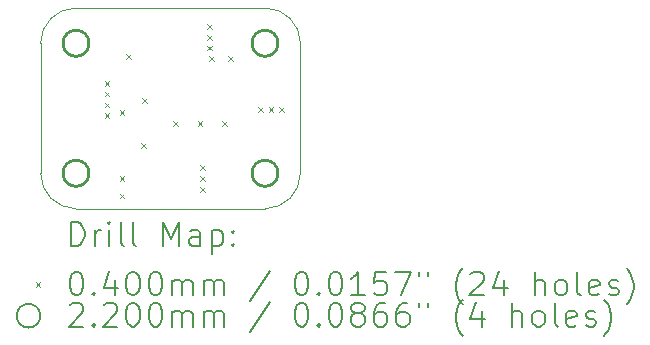
<source format=gbr>
%TF.GenerationSoftware,KiCad,Pcbnew,8.0.7*%
%TF.CreationDate,2026-01-14T12:01:32-08:00*%
%TF.ProjectId,3V3-500mA,3356332d-3530-4306-9d41-2e6b69636164,rev?*%
%TF.SameCoordinates,Original*%
%TF.FileFunction,Drillmap*%
%TF.FilePolarity,Positive*%
%FSLAX45Y45*%
G04 Gerber Fmt 4.5, Leading zero omitted, Abs format (unit mm)*
G04 Created by KiCad (PCBNEW 8.0.7) date 2026-01-14 12:01:32*
%MOMM*%
%LPD*%
G01*
G04 APERTURE LIST*
%ADD10C,0.050000*%
%ADD11C,0.200000*%
%ADD12C,0.100000*%
%ADD13C,0.220000*%
G04 APERTURE END LIST*
D10*
X19700000Y-9500000D02*
X19700000Y-8400000D01*
X21600000Y-9800000D02*
X20000000Y-9800000D01*
X21900000Y-8400000D02*
X21900000Y-9500000D01*
X21600000Y-8100000D02*
X20000000Y-8100000D01*
X19700000Y-8400000D02*
G75*
G02*
X20000000Y-8100000I300000J0D01*
G01*
X20000000Y-9800000D02*
G75*
G02*
X19700000Y-9500000I0J300000D01*
G01*
X21900000Y-9500000D02*
G75*
G02*
X21600000Y-9800000I-300000J0D01*
G01*
X21600000Y-8100000D02*
G75*
G02*
X21900000Y-8400000I0J-300000D01*
G01*
D11*
D12*
X20242500Y-8717500D02*
X20282500Y-8757500D01*
X20282500Y-8717500D02*
X20242500Y-8757500D01*
X20242500Y-8809167D02*
X20282500Y-8849167D01*
X20282500Y-8809167D02*
X20242500Y-8849167D01*
X20242500Y-8900833D02*
X20282500Y-8940833D01*
X20282500Y-8900833D02*
X20242500Y-8940833D01*
X20242500Y-8992500D02*
X20282500Y-9032500D01*
X20282500Y-8992500D02*
X20242500Y-9032500D01*
X20370000Y-8965000D02*
X20410000Y-9005000D01*
X20410000Y-8965000D02*
X20370000Y-9005000D01*
X20370000Y-9525000D02*
X20410000Y-9565000D01*
X20410000Y-9525000D02*
X20370000Y-9565000D01*
X20370000Y-9672500D02*
X20410000Y-9712500D01*
X20410000Y-9672500D02*
X20370000Y-9712500D01*
X20422000Y-8494000D02*
X20462000Y-8534000D01*
X20462000Y-8494000D02*
X20422000Y-8534000D01*
X20550000Y-9244500D02*
X20590000Y-9284500D01*
X20590000Y-9244500D02*
X20550000Y-9284500D01*
X20560000Y-8865000D02*
X20600000Y-8905000D01*
X20600000Y-8865000D02*
X20560000Y-8905000D01*
X20825000Y-9060000D02*
X20865000Y-9100000D01*
X20865000Y-9060000D02*
X20825000Y-9100000D01*
X21030000Y-9060000D02*
X21070000Y-9100000D01*
X21070000Y-9060000D02*
X21030000Y-9100000D01*
X21050000Y-9433333D02*
X21090000Y-9473333D01*
X21090000Y-9433333D02*
X21050000Y-9473333D01*
X21050000Y-9525000D02*
X21090000Y-9565000D01*
X21090000Y-9525000D02*
X21050000Y-9565000D01*
X21050000Y-9616667D02*
X21090000Y-9656667D01*
X21090000Y-9616667D02*
X21050000Y-9656667D01*
X21109000Y-8236333D02*
X21149000Y-8276333D01*
X21149000Y-8236333D02*
X21109000Y-8276333D01*
X21109000Y-8328000D02*
X21149000Y-8368000D01*
X21149000Y-8328000D02*
X21109000Y-8368000D01*
X21109000Y-8419667D02*
X21149000Y-8459667D01*
X21149000Y-8419667D02*
X21109000Y-8459667D01*
X21130000Y-8510000D02*
X21170000Y-8550000D01*
X21170000Y-8510000D02*
X21130000Y-8550000D01*
X21235000Y-9060000D02*
X21275000Y-9100000D01*
X21275000Y-9060000D02*
X21235000Y-9100000D01*
X21285000Y-8510000D02*
X21325000Y-8550000D01*
X21325000Y-8510000D02*
X21285000Y-8550000D01*
X21539333Y-8937000D02*
X21579333Y-8977000D01*
X21579333Y-8937000D02*
X21539333Y-8977000D01*
X21631000Y-8937000D02*
X21671000Y-8977000D01*
X21671000Y-8937000D02*
X21631000Y-8977000D01*
X21722667Y-8937000D02*
X21762667Y-8977000D01*
X21762667Y-8937000D02*
X21722667Y-8977000D01*
D13*
X20110000Y-8400000D02*
G75*
G02*
X19890000Y-8400000I-110000J0D01*
G01*
X19890000Y-8400000D02*
G75*
G02*
X20110000Y-8400000I110000J0D01*
G01*
X20110000Y-9500000D02*
G75*
G02*
X19890000Y-9500000I-110000J0D01*
G01*
X19890000Y-9500000D02*
G75*
G02*
X20110000Y-9500000I110000J0D01*
G01*
X21710000Y-8400000D02*
G75*
G02*
X21490000Y-8400000I-110000J0D01*
G01*
X21490000Y-8400000D02*
G75*
G02*
X21710000Y-8400000I110000J0D01*
G01*
X21710000Y-9500000D02*
G75*
G02*
X21490000Y-9500000I-110000J0D01*
G01*
X21490000Y-9500000D02*
G75*
G02*
X21710000Y-9500000I110000J0D01*
G01*
D11*
X19958277Y-10113984D02*
X19958277Y-9913984D01*
X19958277Y-9913984D02*
X20005896Y-9913984D01*
X20005896Y-9913984D02*
X20034467Y-9923508D01*
X20034467Y-9923508D02*
X20053515Y-9942555D01*
X20053515Y-9942555D02*
X20063039Y-9961603D01*
X20063039Y-9961603D02*
X20072563Y-9999698D01*
X20072563Y-9999698D02*
X20072563Y-10028270D01*
X20072563Y-10028270D02*
X20063039Y-10066365D01*
X20063039Y-10066365D02*
X20053515Y-10085412D01*
X20053515Y-10085412D02*
X20034467Y-10104460D01*
X20034467Y-10104460D02*
X20005896Y-10113984D01*
X20005896Y-10113984D02*
X19958277Y-10113984D01*
X20158277Y-10113984D02*
X20158277Y-9980650D01*
X20158277Y-10018746D02*
X20167801Y-9999698D01*
X20167801Y-9999698D02*
X20177324Y-9990174D01*
X20177324Y-9990174D02*
X20196372Y-9980650D01*
X20196372Y-9980650D02*
X20215420Y-9980650D01*
X20282086Y-10113984D02*
X20282086Y-9980650D01*
X20282086Y-9913984D02*
X20272563Y-9923508D01*
X20272563Y-9923508D02*
X20282086Y-9933031D01*
X20282086Y-9933031D02*
X20291610Y-9923508D01*
X20291610Y-9923508D02*
X20282086Y-9913984D01*
X20282086Y-9913984D02*
X20282086Y-9933031D01*
X20405896Y-10113984D02*
X20386848Y-10104460D01*
X20386848Y-10104460D02*
X20377324Y-10085412D01*
X20377324Y-10085412D02*
X20377324Y-9913984D01*
X20510658Y-10113984D02*
X20491610Y-10104460D01*
X20491610Y-10104460D02*
X20482086Y-10085412D01*
X20482086Y-10085412D02*
X20482086Y-9913984D01*
X20739229Y-10113984D02*
X20739229Y-9913984D01*
X20739229Y-9913984D02*
X20805896Y-10056841D01*
X20805896Y-10056841D02*
X20872563Y-9913984D01*
X20872563Y-9913984D02*
X20872563Y-10113984D01*
X21053515Y-10113984D02*
X21053515Y-10009222D01*
X21053515Y-10009222D02*
X21043991Y-9990174D01*
X21043991Y-9990174D02*
X21024944Y-9980650D01*
X21024944Y-9980650D02*
X20986848Y-9980650D01*
X20986848Y-9980650D02*
X20967801Y-9990174D01*
X21053515Y-10104460D02*
X21034467Y-10113984D01*
X21034467Y-10113984D02*
X20986848Y-10113984D01*
X20986848Y-10113984D02*
X20967801Y-10104460D01*
X20967801Y-10104460D02*
X20958277Y-10085412D01*
X20958277Y-10085412D02*
X20958277Y-10066365D01*
X20958277Y-10066365D02*
X20967801Y-10047317D01*
X20967801Y-10047317D02*
X20986848Y-10037793D01*
X20986848Y-10037793D02*
X21034467Y-10037793D01*
X21034467Y-10037793D02*
X21053515Y-10028270D01*
X21148753Y-9980650D02*
X21148753Y-10180650D01*
X21148753Y-9990174D02*
X21167801Y-9980650D01*
X21167801Y-9980650D02*
X21205896Y-9980650D01*
X21205896Y-9980650D02*
X21224944Y-9990174D01*
X21224944Y-9990174D02*
X21234467Y-9999698D01*
X21234467Y-9999698D02*
X21243991Y-10018746D01*
X21243991Y-10018746D02*
X21243991Y-10075889D01*
X21243991Y-10075889D02*
X21234467Y-10094936D01*
X21234467Y-10094936D02*
X21224944Y-10104460D01*
X21224944Y-10104460D02*
X21205896Y-10113984D01*
X21205896Y-10113984D02*
X21167801Y-10113984D01*
X21167801Y-10113984D02*
X21148753Y-10104460D01*
X21329705Y-10094936D02*
X21339229Y-10104460D01*
X21339229Y-10104460D02*
X21329705Y-10113984D01*
X21329705Y-10113984D02*
X21320182Y-10104460D01*
X21320182Y-10104460D02*
X21329705Y-10094936D01*
X21329705Y-10094936D02*
X21329705Y-10113984D01*
X21329705Y-9990174D02*
X21339229Y-9999698D01*
X21339229Y-9999698D02*
X21329705Y-10009222D01*
X21329705Y-10009222D02*
X21320182Y-9999698D01*
X21320182Y-9999698D02*
X21329705Y-9990174D01*
X21329705Y-9990174D02*
X21329705Y-10009222D01*
D12*
X19657500Y-10422500D02*
X19697500Y-10462500D01*
X19697500Y-10422500D02*
X19657500Y-10462500D01*
D11*
X19996372Y-10333984D02*
X20015420Y-10333984D01*
X20015420Y-10333984D02*
X20034467Y-10343508D01*
X20034467Y-10343508D02*
X20043991Y-10353031D01*
X20043991Y-10353031D02*
X20053515Y-10372079D01*
X20053515Y-10372079D02*
X20063039Y-10410174D01*
X20063039Y-10410174D02*
X20063039Y-10457793D01*
X20063039Y-10457793D02*
X20053515Y-10495889D01*
X20053515Y-10495889D02*
X20043991Y-10514936D01*
X20043991Y-10514936D02*
X20034467Y-10524460D01*
X20034467Y-10524460D02*
X20015420Y-10533984D01*
X20015420Y-10533984D02*
X19996372Y-10533984D01*
X19996372Y-10533984D02*
X19977324Y-10524460D01*
X19977324Y-10524460D02*
X19967801Y-10514936D01*
X19967801Y-10514936D02*
X19958277Y-10495889D01*
X19958277Y-10495889D02*
X19948753Y-10457793D01*
X19948753Y-10457793D02*
X19948753Y-10410174D01*
X19948753Y-10410174D02*
X19958277Y-10372079D01*
X19958277Y-10372079D02*
X19967801Y-10353031D01*
X19967801Y-10353031D02*
X19977324Y-10343508D01*
X19977324Y-10343508D02*
X19996372Y-10333984D01*
X20148753Y-10514936D02*
X20158277Y-10524460D01*
X20158277Y-10524460D02*
X20148753Y-10533984D01*
X20148753Y-10533984D02*
X20139229Y-10524460D01*
X20139229Y-10524460D02*
X20148753Y-10514936D01*
X20148753Y-10514936D02*
X20148753Y-10533984D01*
X20329705Y-10400650D02*
X20329705Y-10533984D01*
X20282086Y-10324460D02*
X20234467Y-10467317D01*
X20234467Y-10467317D02*
X20358277Y-10467317D01*
X20472563Y-10333984D02*
X20491610Y-10333984D01*
X20491610Y-10333984D02*
X20510658Y-10343508D01*
X20510658Y-10343508D02*
X20520182Y-10353031D01*
X20520182Y-10353031D02*
X20529705Y-10372079D01*
X20529705Y-10372079D02*
X20539229Y-10410174D01*
X20539229Y-10410174D02*
X20539229Y-10457793D01*
X20539229Y-10457793D02*
X20529705Y-10495889D01*
X20529705Y-10495889D02*
X20520182Y-10514936D01*
X20520182Y-10514936D02*
X20510658Y-10524460D01*
X20510658Y-10524460D02*
X20491610Y-10533984D01*
X20491610Y-10533984D02*
X20472563Y-10533984D01*
X20472563Y-10533984D02*
X20453515Y-10524460D01*
X20453515Y-10524460D02*
X20443991Y-10514936D01*
X20443991Y-10514936D02*
X20434467Y-10495889D01*
X20434467Y-10495889D02*
X20424944Y-10457793D01*
X20424944Y-10457793D02*
X20424944Y-10410174D01*
X20424944Y-10410174D02*
X20434467Y-10372079D01*
X20434467Y-10372079D02*
X20443991Y-10353031D01*
X20443991Y-10353031D02*
X20453515Y-10343508D01*
X20453515Y-10343508D02*
X20472563Y-10333984D01*
X20663039Y-10333984D02*
X20682086Y-10333984D01*
X20682086Y-10333984D02*
X20701134Y-10343508D01*
X20701134Y-10343508D02*
X20710658Y-10353031D01*
X20710658Y-10353031D02*
X20720182Y-10372079D01*
X20720182Y-10372079D02*
X20729705Y-10410174D01*
X20729705Y-10410174D02*
X20729705Y-10457793D01*
X20729705Y-10457793D02*
X20720182Y-10495889D01*
X20720182Y-10495889D02*
X20710658Y-10514936D01*
X20710658Y-10514936D02*
X20701134Y-10524460D01*
X20701134Y-10524460D02*
X20682086Y-10533984D01*
X20682086Y-10533984D02*
X20663039Y-10533984D01*
X20663039Y-10533984D02*
X20643991Y-10524460D01*
X20643991Y-10524460D02*
X20634467Y-10514936D01*
X20634467Y-10514936D02*
X20624944Y-10495889D01*
X20624944Y-10495889D02*
X20615420Y-10457793D01*
X20615420Y-10457793D02*
X20615420Y-10410174D01*
X20615420Y-10410174D02*
X20624944Y-10372079D01*
X20624944Y-10372079D02*
X20634467Y-10353031D01*
X20634467Y-10353031D02*
X20643991Y-10343508D01*
X20643991Y-10343508D02*
X20663039Y-10333984D01*
X20815420Y-10533984D02*
X20815420Y-10400650D01*
X20815420Y-10419698D02*
X20824944Y-10410174D01*
X20824944Y-10410174D02*
X20843991Y-10400650D01*
X20843991Y-10400650D02*
X20872563Y-10400650D01*
X20872563Y-10400650D02*
X20891610Y-10410174D01*
X20891610Y-10410174D02*
X20901134Y-10429222D01*
X20901134Y-10429222D02*
X20901134Y-10533984D01*
X20901134Y-10429222D02*
X20910658Y-10410174D01*
X20910658Y-10410174D02*
X20929705Y-10400650D01*
X20929705Y-10400650D02*
X20958277Y-10400650D01*
X20958277Y-10400650D02*
X20977325Y-10410174D01*
X20977325Y-10410174D02*
X20986848Y-10429222D01*
X20986848Y-10429222D02*
X20986848Y-10533984D01*
X21082086Y-10533984D02*
X21082086Y-10400650D01*
X21082086Y-10419698D02*
X21091610Y-10410174D01*
X21091610Y-10410174D02*
X21110658Y-10400650D01*
X21110658Y-10400650D02*
X21139229Y-10400650D01*
X21139229Y-10400650D02*
X21158277Y-10410174D01*
X21158277Y-10410174D02*
X21167801Y-10429222D01*
X21167801Y-10429222D02*
X21167801Y-10533984D01*
X21167801Y-10429222D02*
X21177325Y-10410174D01*
X21177325Y-10410174D02*
X21196372Y-10400650D01*
X21196372Y-10400650D02*
X21224944Y-10400650D01*
X21224944Y-10400650D02*
X21243991Y-10410174D01*
X21243991Y-10410174D02*
X21253515Y-10429222D01*
X21253515Y-10429222D02*
X21253515Y-10533984D01*
X21643991Y-10324460D02*
X21472563Y-10581603D01*
X21901134Y-10333984D02*
X21920182Y-10333984D01*
X21920182Y-10333984D02*
X21939229Y-10343508D01*
X21939229Y-10343508D02*
X21948753Y-10353031D01*
X21948753Y-10353031D02*
X21958277Y-10372079D01*
X21958277Y-10372079D02*
X21967801Y-10410174D01*
X21967801Y-10410174D02*
X21967801Y-10457793D01*
X21967801Y-10457793D02*
X21958277Y-10495889D01*
X21958277Y-10495889D02*
X21948753Y-10514936D01*
X21948753Y-10514936D02*
X21939229Y-10524460D01*
X21939229Y-10524460D02*
X21920182Y-10533984D01*
X21920182Y-10533984D02*
X21901134Y-10533984D01*
X21901134Y-10533984D02*
X21882087Y-10524460D01*
X21882087Y-10524460D02*
X21872563Y-10514936D01*
X21872563Y-10514936D02*
X21863039Y-10495889D01*
X21863039Y-10495889D02*
X21853515Y-10457793D01*
X21853515Y-10457793D02*
X21853515Y-10410174D01*
X21853515Y-10410174D02*
X21863039Y-10372079D01*
X21863039Y-10372079D02*
X21872563Y-10353031D01*
X21872563Y-10353031D02*
X21882087Y-10343508D01*
X21882087Y-10343508D02*
X21901134Y-10333984D01*
X22053515Y-10514936D02*
X22063039Y-10524460D01*
X22063039Y-10524460D02*
X22053515Y-10533984D01*
X22053515Y-10533984D02*
X22043991Y-10524460D01*
X22043991Y-10524460D02*
X22053515Y-10514936D01*
X22053515Y-10514936D02*
X22053515Y-10533984D01*
X22186848Y-10333984D02*
X22205896Y-10333984D01*
X22205896Y-10333984D02*
X22224944Y-10343508D01*
X22224944Y-10343508D02*
X22234468Y-10353031D01*
X22234468Y-10353031D02*
X22243991Y-10372079D01*
X22243991Y-10372079D02*
X22253515Y-10410174D01*
X22253515Y-10410174D02*
X22253515Y-10457793D01*
X22253515Y-10457793D02*
X22243991Y-10495889D01*
X22243991Y-10495889D02*
X22234468Y-10514936D01*
X22234468Y-10514936D02*
X22224944Y-10524460D01*
X22224944Y-10524460D02*
X22205896Y-10533984D01*
X22205896Y-10533984D02*
X22186848Y-10533984D01*
X22186848Y-10533984D02*
X22167801Y-10524460D01*
X22167801Y-10524460D02*
X22158277Y-10514936D01*
X22158277Y-10514936D02*
X22148753Y-10495889D01*
X22148753Y-10495889D02*
X22139229Y-10457793D01*
X22139229Y-10457793D02*
X22139229Y-10410174D01*
X22139229Y-10410174D02*
X22148753Y-10372079D01*
X22148753Y-10372079D02*
X22158277Y-10353031D01*
X22158277Y-10353031D02*
X22167801Y-10343508D01*
X22167801Y-10343508D02*
X22186848Y-10333984D01*
X22443991Y-10533984D02*
X22329706Y-10533984D01*
X22386848Y-10533984D02*
X22386848Y-10333984D01*
X22386848Y-10333984D02*
X22367801Y-10362555D01*
X22367801Y-10362555D02*
X22348753Y-10381603D01*
X22348753Y-10381603D02*
X22329706Y-10391127D01*
X22624944Y-10333984D02*
X22529706Y-10333984D01*
X22529706Y-10333984D02*
X22520182Y-10429222D01*
X22520182Y-10429222D02*
X22529706Y-10419698D01*
X22529706Y-10419698D02*
X22548753Y-10410174D01*
X22548753Y-10410174D02*
X22596372Y-10410174D01*
X22596372Y-10410174D02*
X22615420Y-10419698D01*
X22615420Y-10419698D02*
X22624944Y-10429222D01*
X22624944Y-10429222D02*
X22634467Y-10448270D01*
X22634467Y-10448270D02*
X22634467Y-10495889D01*
X22634467Y-10495889D02*
X22624944Y-10514936D01*
X22624944Y-10514936D02*
X22615420Y-10524460D01*
X22615420Y-10524460D02*
X22596372Y-10533984D01*
X22596372Y-10533984D02*
X22548753Y-10533984D01*
X22548753Y-10533984D02*
X22529706Y-10524460D01*
X22529706Y-10524460D02*
X22520182Y-10514936D01*
X22701134Y-10333984D02*
X22834467Y-10333984D01*
X22834467Y-10333984D02*
X22748753Y-10533984D01*
X22901134Y-10333984D02*
X22901134Y-10372079D01*
X22977325Y-10333984D02*
X22977325Y-10372079D01*
X23272563Y-10610174D02*
X23263039Y-10600650D01*
X23263039Y-10600650D02*
X23243991Y-10572079D01*
X23243991Y-10572079D02*
X23234468Y-10553031D01*
X23234468Y-10553031D02*
X23224944Y-10524460D01*
X23224944Y-10524460D02*
X23215420Y-10476841D01*
X23215420Y-10476841D02*
X23215420Y-10438746D01*
X23215420Y-10438746D02*
X23224944Y-10391127D01*
X23224944Y-10391127D02*
X23234468Y-10362555D01*
X23234468Y-10362555D02*
X23243991Y-10343508D01*
X23243991Y-10343508D02*
X23263039Y-10314936D01*
X23263039Y-10314936D02*
X23272563Y-10305412D01*
X23339229Y-10353031D02*
X23348753Y-10343508D01*
X23348753Y-10343508D02*
X23367801Y-10333984D01*
X23367801Y-10333984D02*
X23415420Y-10333984D01*
X23415420Y-10333984D02*
X23434468Y-10343508D01*
X23434468Y-10343508D02*
X23443991Y-10353031D01*
X23443991Y-10353031D02*
X23453515Y-10372079D01*
X23453515Y-10372079D02*
X23453515Y-10391127D01*
X23453515Y-10391127D02*
X23443991Y-10419698D01*
X23443991Y-10419698D02*
X23329706Y-10533984D01*
X23329706Y-10533984D02*
X23453515Y-10533984D01*
X23624944Y-10400650D02*
X23624944Y-10533984D01*
X23577325Y-10324460D02*
X23529706Y-10467317D01*
X23529706Y-10467317D02*
X23653515Y-10467317D01*
X23882087Y-10533984D02*
X23882087Y-10333984D01*
X23967801Y-10533984D02*
X23967801Y-10429222D01*
X23967801Y-10429222D02*
X23958277Y-10410174D01*
X23958277Y-10410174D02*
X23939230Y-10400650D01*
X23939230Y-10400650D02*
X23910658Y-10400650D01*
X23910658Y-10400650D02*
X23891610Y-10410174D01*
X23891610Y-10410174D02*
X23882087Y-10419698D01*
X24091610Y-10533984D02*
X24072563Y-10524460D01*
X24072563Y-10524460D02*
X24063039Y-10514936D01*
X24063039Y-10514936D02*
X24053515Y-10495889D01*
X24053515Y-10495889D02*
X24053515Y-10438746D01*
X24053515Y-10438746D02*
X24063039Y-10419698D01*
X24063039Y-10419698D02*
X24072563Y-10410174D01*
X24072563Y-10410174D02*
X24091610Y-10400650D01*
X24091610Y-10400650D02*
X24120182Y-10400650D01*
X24120182Y-10400650D02*
X24139230Y-10410174D01*
X24139230Y-10410174D02*
X24148753Y-10419698D01*
X24148753Y-10419698D02*
X24158277Y-10438746D01*
X24158277Y-10438746D02*
X24158277Y-10495889D01*
X24158277Y-10495889D02*
X24148753Y-10514936D01*
X24148753Y-10514936D02*
X24139230Y-10524460D01*
X24139230Y-10524460D02*
X24120182Y-10533984D01*
X24120182Y-10533984D02*
X24091610Y-10533984D01*
X24272563Y-10533984D02*
X24253515Y-10524460D01*
X24253515Y-10524460D02*
X24243991Y-10505412D01*
X24243991Y-10505412D02*
X24243991Y-10333984D01*
X24424944Y-10524460D02*
X24405896Y-10533984D01*
X24405896Y-10533984D02*
X24367801Y-10533984D01*
X24367801Y-10533984D02*
X24348753Y-10524460D01*
X24348753Y-10524460D02*
X24339230Y-10505412D01*
X24339230Y-10505412D02*
X24339230Y-10429222D01*
X24339230Y-10429222D02*
X24348753Y-10410174D01*
X24348753Y-10410174D02*
X24367801Y-10400650D01*
X24367801Y-10400650D02*
X24405896Y-10400650D01*
X24405896Y-10400650D02*
X24424944Y-10410174D01*
X24424944Y-10410174D02*
X24434468Y-10429222D01*
X24434468Y-10429222D02*
X24434468Y-10448270D01*
X24434468Y-10448270D02*
X24339230Y-10467317D01*
X24510658Y-10524460D02*
X24529706Y-10533984D01*
X24529706Y-10533984D02*
X24567801Y-10533984D01*
X24567801Y-10533984D02*
X24586849Y-10524460D01*
X24586849Y-10524460D02*
X24596372Y-10505412D01*
X24596372Y-10505412D02*
X24596372Y-10495889D01*
X24596372Y-10495889D02*
X24586849Y-10476841D01*
X24586849Y-10476841D02*
X24567801Y-10467317D01*
X24567801Y-10467317D02*
X24539230Y-10467317D01*
X24539230Y-10467317D02*
X24520182Y-10457793D01*
X24520182Y-10457793D02*
X24510658Y-10438746D01*
X24510658Y-10438746D02*
X24510658Y-10429222D01*
X24510658Y-10429222D02*
X24520182Y-10410174D01*
X24520182Y-10410174D02*
X24539230Y-10400650D01*
X24539230Y-10400650D02*
X24567801Y-10400650D01*
X24567801Y-10400650D02*
X24586849Y-10410174D01*
X24663039Y-10610174D02*
X24672563Y-10600650D01*
X24672563Y-10600650D02*
X24691611Y-10572079D01*
X24691611Y-10572079D02*
X24701134Y-10553031D01*
X24701134Y-10553031D02*
X24710658Y-10524460D01*
X24710658Y-10524460D02*
X24720182Y-10476841D01*
X24720182Y-10476841D02*
X24720182Y-10438746D01*
X24720182Y-10438746D02*
X24710658Y-10391127D01*
X24710658Y-10391127D02*
X24701134Y-10362555D01*
X24701134Y-10362555D02*
X24691611Y-10343508D01*
X24691611Y-10343508D02*
X24672563Y-10314936D01*
X24672563Y-10314936D02*
X24663039Y-10305412D01*
X19697500Y-10706500D02*
G75*
G02*
X19497500Y-10706500I-100000J0D01*
G01*
X19497500Y-10706500D02*
G75*
G02*
X19697500Y-10706500I100000J0D01*
G01*
X19948753Y-10617031D02*
X19958277Y-10607508D01*
X19958277Y-10607508D02*
X19977324Y-10597984D01*
X19977324Y-10597984D02*
X20024944Y-10597984D01*
X20024944Y-10597984D02*
X20043991Y-10607508D01*
X20043991Y-10607508D02*
X20053515Y-10617031D01*
X20053515Y-10617031D02*
X20063039Y-10636079D01*
X20063039Y-10636079D02*
X20063039Y-10655127D01*
X20063039Y-10655127D02*
X20053515Y-10683698D01*
X20053515Y-10683698D02*
X19939229Y-10797984D01*
X19939229Y-10797984D02*
X20063039Y-10797984D01*
X20148753Y-10778936D02*
X20158277Y-10788460D01*
X20158277Y-10788460D02*
X20148753Y-10797984D01*
X20148753Y-10797984D02*
X20139229Y-10788460D01*
X20139229Y-10788460D02*
X20148753Y-10778936D01*
X20148753Y-10778936D02*
X20148753Y-10797984D01*
X20234467Y-10617031D02*
X20243991Y-10607508D01*
X20243991Y-10607508D02*
X20263039Y-10597984D01*
X20263039Y-10597984D02*
X20310658Y-10597984D01*
X20310658Y-10597984D02*
X20329705Y-10607508D01*
X20329705Y-10607508D02*
X20339229Y-10617031D01*
X20339229Y-10617031D02*
X20348753Y-10636079D01*
X20348753Y-10636079D02*
X20348753Y-10655127D01*
X20348753Y-10655127D02*
X20339229Y-10683698D01*
X20339229Y-10683698D02*
X20224944Y-10797984D01*
X20224944Y-10797984D02*
X20348753Y-10797984D01*
X20472563Y-10597984D02*
X20491610Y-10597984D01*
X20491610Y-10597984D02*
X20510658Y-10607508D01*
X20510658Y-10607508D02*
X20520182Y-10617031D01*
X20520182Y-10617031D02*
X20529705Y-10636079D01*
X20529705Y-10636079D02*
X20539229Y-10674174D01*
X20539229Y-10674174D02*
X20539229Y-10721793D01*
X20539229Y-10721793D02*
X20529705Y-10759889D01*
X20529705Y-10759889D02*
X20520182Y-10778936D01*
X20520182Y-10778936D02*
X20510658Y-10788460D01*
X20510658Y-10788460D02*
X20491610Y-10797984D01*
X20491610Y-10797984D02*
X20472563Y-10797984D01*
X20472563Y-10797984D02*
X20453515Y-10788460D01*
X20453515Y-10788460D02*
X20443991Y-10778936D01*
X20443991Y-10778936D02*
X20434467Y-10759889D01*
X20434467Y-10759889D02*
X20424944Y-10721793D01*
X20424944Y-10721793D02*
X20424944Y-10674174D01*
X20424944Y-10674174D02*
X20434467Y-10636079D01*
X20434467Y-10636079D02*
X20443991Y-10617031D01*
X20443991Y-10617031D02*
X20453515Y-10607508D01*
X20453515Y-10607508D02*
X20472563Y-10597984D01*
X20663039Y-10597984D02*
X20682086Y-10597984D01*
X20682086Y-10597984D02*
X20701134Y-10607508D01*
X20701134Y-10607508D02*
X20710658Y-10617031D01*
X20710658Y-10617031D02*
X20720182Y-10636079D01*
X20720182Y-10636079D02*
X20729705Y-10674174D01*
X20729705Y-10674174D02*
X20729705Y-10721793D01*
X20729705Y-10721793D02*
X20720182Y-10759889D01*
X20720182Y-10759889D02*
X20710658Y-10778936D01*
X20710658Y-10778936D02*
X20701134Y-10788460D01*
X20701134Y-10788460D02*
X20682086Y-10797984D01*
X20682086Y-10797984D02*
X20663039Y-10797984D01*
X20663039Y-10797984D02*
X20643991Y-10788460D01*
X20643991Y-10788460D02*
X20634467Y-10778936D01*
X20634467Y-10778936D02*
X20624944Y-10759889D01*
X20624944Y-10759889D02*
X20615420Y-10721793D01*
X20615420Y-10721793D02*
X20615420Y-10674174D01*
X20615420Y-10674174D02*
X20624944Y-10636079D01*
X20624944Y-10636079D02*
X20634467Y-10617031D01*
X20634467Y-10617031D02*
X20643991Y-10607508D01*
X20643991Y-10607508D02*
X20663039Y-10597984D01*
X20815420Y-10797984D02*
X20815420Y-10664650D01*
X20815420Y-10683698D02*
X20824944Y-10674174D01*
X20824944Y-10674174D02*
X20843991Y-10664650D01*
X20843991Y-10664650D02*
X20872563Y-10664650D01*
X20872563Y-10664650D02*
X20891610Y-10674174D01*
X20891610Y-10674174D02*
X20901134Y-10693222D01*
X20901134Y-10693222D02*
X20901134Y-10797984D01*
X20901134Y-10693222D02*
X20910658Y-10674174D01*
X20910658Y-10674174D02*
X20929705Y-10664650D01*
X20929705Y-10664650D02*
X20958277Y-10664650D01*
X20958277Y-10664650D02*
X20977325Y-10674174D01*
X20977325Y-10674174D02*
X20986848Y-10693222D01*
X20986848Y-10693222D02*
X20986848Y-10797984D01*
X21082086Y-10797984D02*
X21082086Y-10664650D01*
X21082086Y-10683698D02*
X21091610Y-10674174D01*
X21091610Y-10674174D02*
X21110658Y-10664650D01*
X21110658Y-10664650D02*
X21139229Y-10664650D01*
X21139229Y-10664650D02*
X21158277Y-10674174D01*
X21158277Y-10674174D02*
X21167801Y-10693222D01*
X21167801Y-10693222D02*
X21167801Y-10797984D01*
X21167801Y-10693222D02*
X21177325Y-10674174D01*
X21177325Y-10674174D02*
X21196372Y-10664650D01*
X21196372Y-10664650D02*
X21224944Y-10664650D01*
X21224944Y-10664650D02*
X21243991Y-10674174D01*
X21243991Y-10674174D02*
X21253515Y-10693222D01*
X21253515Y-10693222D02*
X21253515Y-10797984D01*
X21643991Y-10588460D02*
X21472563Y-10845603D01*
X21901134Y-10597984D02*
X21920182Y-10597984D01*
X21920182Y-10597984D02*
X21939229Y-10607508D01*
X21939229Y-10607508D02*
X21948753Y-10617031D01*
X21948753Y-10617031D02*
X21958277Y-10636079D01*
X21958277Y-10636079D02*
X21967801Y-10674174D01*
X21967801Y-10674174D02*
X21967801Y-10721793D01*
X21967801Y-10721793D02*
X21958277Y-10759889D01*
X21958277Y-10759889D02*
X21948753Y-10778936D01*
X21948753Y-10778936D02*
X21939229Y-10788460D01*
X21939229Y-10788460D02*
X21920182Y-10797984D01*
X21920182Y-10797984D02*
X21901134Y-10797984D01*
X21901134Y-10797984D02*
X21882087Y-10788460D01*
X21882087Y-10788460D02*
X21872563Y-10778936D01*
X21872563Y-10778936D02*
X21863039Y-10759889D01*
X21863039Y-10759889D02*
X21853515Y-10721793D01*
X21853515Y-10721793D02*
X21853515Y-10674174D01*
X21853515Y-10674174D02*
X21863039Y-10636079D01*
X21863039Y-10636079D02*
X21872563Y-10617031D01*
X21872563Y-10617031D02*
X21882087Y-10607508D01*
X21882087Y-10607508D02*
X21901134Y-10597984D01*
X22053515Y-10778936D02*
X22063039Y-10788460D01*
X22063039Y-10788460D02*
X22053515Y-10797984D01*
X22053515Y-10797984D02*
X22043991Y-10788460D01*
X22043991Y-10788460D02*
X22053515Y-10778936D01*
X22053515Y-10778936D02*
X22053515Y-10797984D01*
X22186848Y-10597984D02*
X22205896Y-10597984D01*
X22205896Y-10597984D02*
X22224944Y-10607508D01*
X22224944Y-10607508D02*
X22234468Y-10617031D01*
X22234468Y-10617031D02*
X22243991Y-10636079D01*
X22243991Y-10636079D02*
X22253515Y-10674174D01*
X22253515Y-10674174D02*
X22253515Y-10721793D01*
X22253515Y-10721793D02*
X22243991Y-10759889D01*
X22243991Y-10759889D02*
X22234468Y-10778936D01*
X22234468Y-10778936D02*
X22224944Y-10788460D01*
X22224944Y-10788460D02*
X22205896Y-10797984D01*
X22205896Y-10797984D02*
X22186848Y-10797984D01*
X22186848Y-10797984D02*
X22167801Y-10788460D01*
X22167801Y-10788460D02*
X22158277Y-10778936D01*
X22158277Y-10778936D02*
X22148753Y-10759889D01*
X22148753Y-10759889D02*
X22139229Y-10721793D01*
X22139229Y-10721793D02*
X22139229Y-10674174D01*
X22139229Y-10674174D02*
X22148753Y-10636079D01*
X22148753Y-10636079D02*
X22158277Y-10617031D01*
X22158277Y-10617031D02*
X22167801Y-10607508D01*
X22167801Y-10607508D02*
X22186848Y-10597984D01*
X22367801Y-10683698D02*
X22348753Y-10674174D01*
X22348753Y-10674174D02*
X22339229Y-10664650D01*
X22339229Y-10664650D02*
X22329706Y-10645603D01*
X22329706Y-10645603D02*
X22329706Y-10636079D01*
X22329706Y-10636079D02*
X22339229Y-10617031D01*
X22339229Y-10617031D02*
X22348753Y-10607508D01*
X22348753Y-10607508D02*
X22367801Y-10597984D01*
X22367801Y-10597984D02*
X22405896Y-10597984D01*
X22405896Y-10597984D02*
X22424944Y-10607508D01*
X22424944Y-10607508D02*
X22434467Y-10617031D01*
X22434467Y-10617031D02*
X22443991Y-10636079D01*
X22443991Y-10636079D02*
X22443991Y-10645603D01*
X22443991Y-10645603D02*
X22434467Y-10664650D01*
X22434467Y-10664650D02*
X22424944Y-10674174D01*
X22424944Y-10674174D02*
X22405896Y-10683698D01*
X22405896Y-10683698D02*
X22367801Y-10683698D01*
X22367801Y-10683698D02*
X22348753Y-10693222D01*
X22348753Y-10693222D02*
X22339229Y-10702746D01*
X22339229Y-10702746D02*
X22329706Y-10721793D01*
X22329706Y-10721793D02*
X22329706Y-10759889D01*
X22329706Y-10759889D02*
X22339229Y-10778936D01*
X22339229Y-10778936D02*
X22348753Y-10788460D01*
X22348753Y-10788460D02*
X22367801Y-10797984D01*
X22367801Y-10797984D02*
X22405896Y-10797984D01*
X22405896Y-10797984D02*
X22424944Y-10788460D01*
X22424944Y-10788460D02*
X22434467Y-10778936D01*
X22434467Y-10778936D02*
X22443991Y-10759889D01*
X22443991Y-10759889D02*
X22443991Y-10721793D01*
X22443991Y-10721793D02*
X22434467Y-10702746D01*
X22434467Y-10702746D02*
X22424944Y-10693222D01*
X22424944Y-10693222D02*
X22405896Y-10683698D01*
X22615420Y-10597984D02*
X22577325Y-10597984D01*
X22577325Y-10597984D02*
X22558277Y-10607508D01*
X22558277Y-10607508D02*
X22548753Y-10617031D01*
X22548753Y-10617031D02*
X22529706Y-10645603D01*
X22529706Y-10645603D02*
X22520182Y-10683698D01*
X22520182Y-10683698D02*
X22520182Y-10759889D01*
X22520182Y-10759889D02*
X22529706Y-10778936D01*
X22529706Y-10778936D02*
X22539229Y-10788460D01*
X22539229Y-10788460D02*
X22558277Y-10797984D01*
X22558277Y-10797984D02*
X22596372Y-10797984D01*
X22596372Y-10797984D02*
X22615420Y-10788460D01*
X22615420Y-10788460D02*
X22624944Y-10778936D01*
X22624944Y-10778936D02*
X22634467Y-10759889D01*
X22634467Y-10759889D02*
X22634467Y-10712270D01*
X22634467Y-10712270D02*
X22624944Y-10693222D01*
X22624944Y-10693222D02*
X22615420Y-10683698D01*
X22615420Y-10683698D02*
X22596372Y-10674174D01*
X22596372Y-10674174D02*
X22558277Y-10674174D01*
X22558277Y-10674174D02*
X22539229Y-10683698D01*
X22539229Y-10683698D02*
X22529706Y-10693222D01*
X22529706Y-10693222D02*
X22520182Y-10712270D01*
X22805896Y-10597984D02*
X22767801Y-10597984D01*
X22767801Y-10597984D02*
X22748753Y-10607508D01*
X22748753Y-10607508D02*
X22739229Y-10617031D01*
X22739229Y-10617031D02*
X22720182Y-10645603D01*
X22720182Y-10645603D02*
X22710658Y-10683698D01*
X22710658Y-10683698D02*
X22710658Y-10759889D01*
X22710658Y-10759889D02*
X22720182Y-10778936D01*
X22720182Y-10778936D02*
X22729706Y-10788460D01*
X22729706Y-10788460D02*
X22748753Y-10797984D01*
X22748753Y-10797984D02*
X22786848Y-10797984D01*
X22786848Y-10797984D02*
X22805896Y-10788460D01*
X22805896Y-10788460D02*
X22815420Y-10778936D01*
X22815420Y-10778936D02*
X22824944Y-10759889D01*
X22824944Y-10759889D02*
X22824944Y-10712270D01*
X22824944Y-10712270D02*
X22815420Y-10693222D01*
X22815420Y-10693222D02*
X22805896Y-10683698D01*
X22805896Y-10683698D02*
X22786848Y-10674174D01*
X22786848Y-10674174D02*
X22748753Y-10674174D01*
X22748753Y-10674174D02*
X22729706Y-10683698D01*
X22729706Y-10683698D02*
X22720182Y-10693222D01*
X22720182Y-10693222D02*
X22710658Y-10712270D01*
X22901134Y-10597984D02*
X22901134Y-10636079D01*
X22977325Y-10597984D02*
X22977325Y-10636079D01*
X23272563Y-10874174D02*
X23263039Y-10864650D01*
X23263039Y-10864650D02*
X23243991Y-10836079D01*
X23243991Y-10836079D02*
X23234468Y-10817031D01*
X23234468Y-10817031D02*
X23224944Y-10788460D01*
X23224944Y-10788460D02*
X23215420Y-10740841D01*
X23215420Y-10740841D02*
X23215420Y-10702746D01*
X23215420Y-10702746D02*
X23224944Y-10655127D01*
X23224944Y-10655127D02*
X23234468Y-10626555D01*
X23234468Y-10626555D02*
X23243991Y-10607508D01*
X23243991Y-10607508D02*
X23263039Y-10578936D01*
X23263039Y-10578936D02*
X23272563Y-10569412D01*
X23434468Y-10664650D02*
X23434468Y-10797984D01*
X23386848Y-10588460D02*
X23339229Y-10731317D01*
X23339229Y-10731317D02*
X23463039Y-10731317D01*
X23691610Y-10797984D02*
X23691610Y-10597984D01*
X23777325Y-10797984D02*
X23777325Y-10693222D01*
X23777325Y-10693222D02*
X23767801Y-10674174D01*
X23767801Y-10674174D02*
X23748753Y-10664650D01*
X23748753Y-10664650D02*
X23720182Y-10664650D01*
X23720182Y-10664650D02*
X23701134Y-10674174D01*
X23701134Y-10674174D02*
X23691610Y-10683698D01*
X23901134Y-10797984D02*
X23882087Y-10788460D01*
X23882087Y-10788460D02*
X23872563Y-10778936D01*
X23872563Y-10778936D02*
X23863039Y-10759889D01*
X23863039Y-10759889D02*
X23863039Y-10702746D01*
X23863039Y-10702746D02*
X23872563Y-10683698D01*
X23872563Y-10683698D02*
X23882087Y-10674174D01*
X23882087Y-10674174D02*
X23901134Y-10664650D01*
X23901134Y-10664650D02*
X23929706Y-10664650D01*
X23929706Y-10664650D02*
X23948753Y-10674174D01*
X23948753Y-10674174D02*
X23958277Y-10683698D01*
X23958277Y-10683698D02*
X23967801Y-10702746D01*
X23967801Y-10702746D02*
X23967801Y-10759889D01*
X23967801Y-10759889D02*
X23958277Y-10778936D01*
X23958277Y-10778936D02*
X23948753Y-10788460D01*
X23948753Y-10788460D02*
X23929706Y-10797984D01*
X23929706Y-10797984D02*
X23901134Y-10797984D01*
X24082087Y-10797984D02*
X24063039Y-10788460D01*
X24063039Y-10788460D02*
X24053515Y-10769412D01*
X24053515Y-10769412D02*
X24053515Y-10597984D01*
X24234468Y-10788460D02*
X24215420Y-10797984D01*
X24215420Y-10797984D02*
X24177325Y-10797984D01*
X24177325Y-10797984D02*
X24158277Y-10788460D01*
X24158277Y-10788460D02*
X24148753Y-10769412D01*
X24148753Y-10769412D02*
X24148753Y-10693222D01*
X24148753Y-10693222D02*
X24158277Y-10674174D01*
X24158277Y-10674174D02*
X24177325Y-10664650D01*
X24177325Y-10664650D02*
X24215420Y-10664650D01*
X24215420Y-10664650D02*
X24234468Y-10674174D01*
X24234468Y-10674174D02*
X24243991Y-10693222D01*
X24243991Y-10693222D02*
X24243991Y-10712270D01*
X24243991Y-10712270D02*
X24148753Y-10731317D01*
X24320182Y-10788460D02*
X24339230Y-10797984D01*
X24339230Y-10797984D02*
X24377325Y-10797984D01*
X24377325Y-10797984D02*
X24396372Y-10788460D01*
X24396372Y-10788460D02*
X24405896Y-10769412D01*
X24405896Y-10769412D02*
X24405896Y-10759889D01*
X24405896Y-10759889D02*
X24396372Y-10740841D01*
X24396372Y-10740841D02*
X24377325Y-10731317D01*
X24377325Y-10731317D02*
X24348753Y-10731317D01*
X24348753Y-10731317D02*
X24329706Y-10721793D01*
X24329706Y-10721793D02*
X24320182Y-10702746D01*
X24320182Y-10702746D02*
X24320182Y-10693222D01*
X24320182Y-10693222D02*
X24329706Y-10674174D01*
X24329706Y-10674174D02*
X24348753Y-10664650D01*
X24348753Y-10664650D02*
X24377325Y-10664650D01*
X24377325Y-10664650D02*
X24396372Y-10674174D01*
X24472563Y-10874174D02*
X24482087Y-10864650D01*
X24482087Y-10864650D02*
X24501134Y-10836079D01*
X24501134Y-10836079D02*
X24510658Y-10817031D01*
X24510658Y-10817031D02*
X24520182Y-10788460D01*
X24520182Y-10788460D02*
X24529706Y-10740841D01*
X24529706Y-10740841D02*
X24529706Y-10702746D01*
X24529706Y-10702746D02*
X24520182Y-10655127D01*
X24520182Y-10655127D02*
X24510658Y-10626555D01*
X24510658Y-10626555D02*
X24501134Y-10607508D01*
X24501134Y-10607508D02*
X24482087Y-10578936D01*
X24482087Y-10578936D02*
X24472563Y-10569412D01*
M02*

</source>
